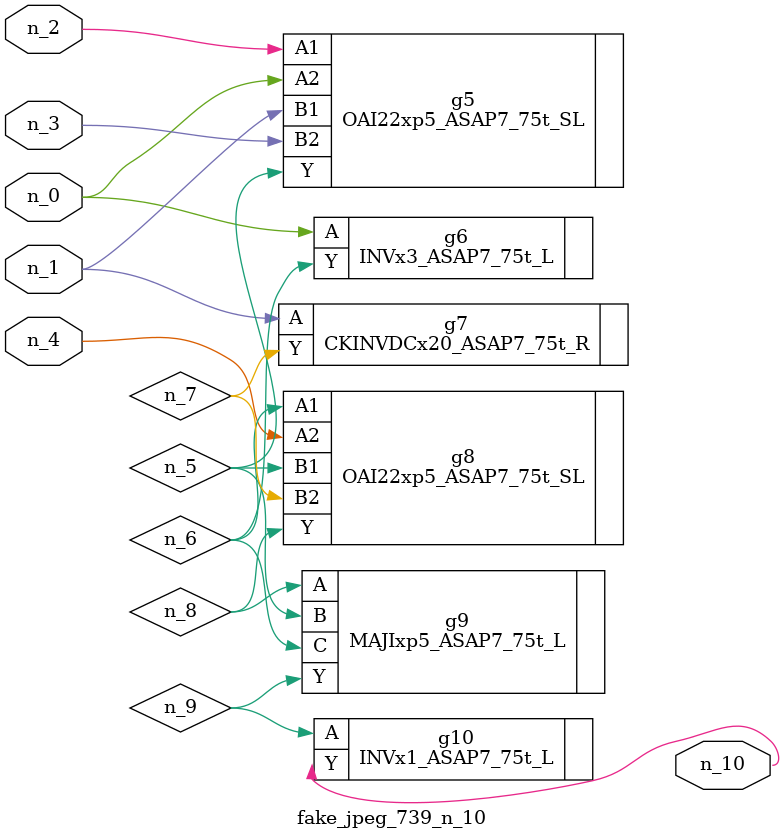
<source format=v>
module fake_jpeg_739_n_10 (n_3, n_2, n_1, n_0, n_4, n_10);

input n_3;
input n_2;
input n_1;
input n_0;
input n_4;

output n_10;

wire n_8;
wire n_9;
wire n_6;
wire n_5;
wire n_7;

OAI22xp5_ASAP7_75t_SL g5 ( 
.A1(n_2),
.A2(n_0),
.B1(n_1),
.B2(n_3),
.Y(n_5)
);

INVx3_ASAP7_75t_L g6 ( 
.A(n_0),
.Y(n_6)
);

CKINVDCx20_ASAP7_75t_R g7 ( 
.A(n_1),
.Y(n_7)
);

OAI22xp5_ASAP7_75t_SL g8 ( 
.A1(n_6),
.A2(n_4),
.B1(n_5),
.B2(n_7),
.Y(n_8)
);

MAJIxp5_ASAP7_75t_L g9 ( 
.A(n_8),
.B(n_5),
.C(n_6),
.Y(n_9)
);

INVx1_ASAP7_75t_L g10 ( 
.A(n_9),
.Y(n_10)
);


endmodule
</source>
